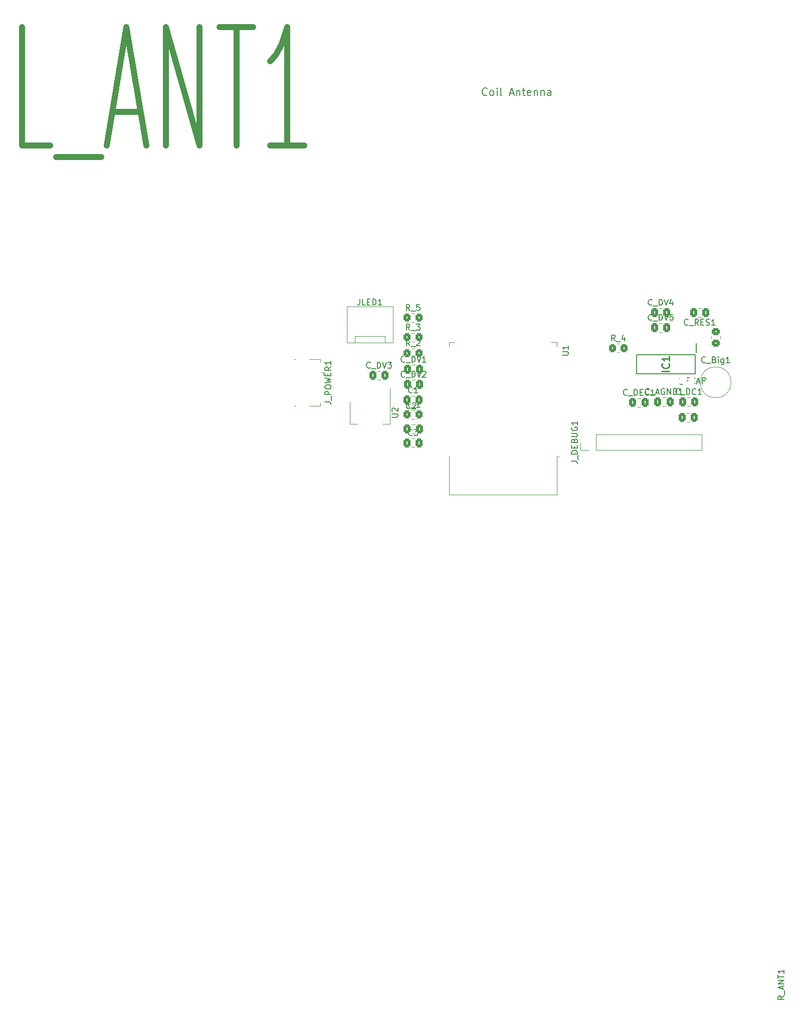
<source format=gto>
%TF.GenerationSoftware,KiCad,Pcbnew,(6.0.7)*%
%TF.CreationDate,2022-10-01T10:05:14-06:00*%
%TF.ProjectId,attiny_rfid_light,61747469-6e79-45f7-9266-69645f6c6967,rev?*%
%TF.SameCoordinates,Original*%
%TF.FileFunction,Legend,Top*%
%TF.FilePolarity,Positive*%
%FSLAX46Y46*%
G04 Gerber Fmt 4.6, Leading zero omitted, Abs format (unit mm)*
G04 Created by KiCad (PCBNEW (6.0.7)) date 2022-10-01 10:05:14*
%MOMM*%
%LPD*%
G01*
G04 APERTURE LIST*
G04 Aperture macros list*
%AMRoundRect*
0 Rectangle with rounded corners*
0 $1 Rounding radius*
0 $2 $3 $4 $5 $6 $7 $8 $9 X,Y pos of 4 corners*
0 Add a 4 corners polygon primitive as box body*
4,1,4,$2,$3,$4,$5,$6,$7,$8,$9,$2,$3,0*
0 Add four circle primitives for the rounded corners*
1,1,$1+$1,$2,$3*
1,1,$1+$1,$4,$5*
1,1,$1+$1,$6,$7*
1,1,$1+$1,$8,$9*
0 Add four rect primitives between the rounded corners*
20,1,$1+$1,$2,$3,$4,$5,0*
20,1,$1+$1,$4,$5,$6,$7,0*
20,1,$1+$1,$6,$7,$8,$9,0*
20,1,$1+$1,$8,$9,$2,$3,0*%
G04 Aperture macros list end*
%ADD10C,0.150000*%
%ADD11C,1.000000*%
%ADD12C,0.254000*%
%ADD13C,0.120000*%
%ADD14C,0.200000*%
%ADD15R,1.500000X2.000000*%
%ADD16R,3.800000X2.000000*%
%ADD17R,2.000000X0.900000*%
%ADD18R,0.900000X2.000000*%
%ADD19R,5.000000X5.000000*%
%ADD20RoundRect,0.250000X0.450000X-0.350000X0.450000X0.350000X-0.450000X0.350000X-0.450000X-0.350000X0*%
%ADD21RoundRect,0.250000X-0.350000X-0.450000X0.350000X-0.450000X0.350000X0.450000X-0.350000X0.450000X0*%
%ADD22C,1.524000*%
%ADD23R,1.350000X0.400000*%
%ADD24R,1.900000X1.500000*%
%ADD25R,1.900000X1.200000*%
%ADD26O,1.900000X1.200000*%
%ADD27C,1.450000*%
%ADD28R,1.700000X1.700000*%
%ADD29O,1.700000X1.700000*%
%ADD30R,1.730000X2.030000*%
%ADD31O,1.730000X2.030000*%
%ADD32R,0.650000X1.550000*%
%ADD33RoundRect,0.250000X0.337500X0.475000X-0.337500X0.475000X-0.337500X-0.475000X0.337500X-0.475000X0*%
%ADD34RoundRect,0.250000X-0.337500X-0.475000X0.337500X-0.475000X0.337500X0.475000X-0.337500X0.475000X0*%
%ADD35C,1.600000*%
G04 APERTURE END LIST*
D10*
X82431128Y-148081904D02*
X83240652Y-148081904D01*
X83335890Y-148034285D01*
X83383509Y-147986666D01*
X83431128Y-147891428D01*
X83431128Y-147700952D01*
X83383509Y-147605714D01*
X83335890Y-147558095D01*
X83240652Y-147510476D01*
X82431128Y-147510476D01*
X82526367Y-147081904D02*
X82478748Y-147034285D01*
X82431128Y-146939047D01*
X82431128Y-146700952D01*
X82478748Y-146605714D01*
X82526367Y-146558095D01*
X82621605Y-146510476D01*
X82716843Y-146510476D01*
X82859700Y-146558095D01*
X83431128Y-147129523D01*
X83431128Y-146510476D01*
X111250580Y-137596704D02*
X112060104Y-137596704D01*
X112155342Y-137549085D01*
X112202961Y-137501466D01*
X112250580Y-137406228D01*
X112250580Y-137215752D01*
X112202961Y-137120514D01*
X112155342Y-137072895D01*
X112060104Y-137025276D01*
X111250580Y-137025276D01*
X112250580Y-136025276D02*
X112250580Y-136596704D01*
X112250580Y-136310990D02*
X111250580Y-136310990D01*
X111393438Y-136406228D01*
X111488676Y-136501466D01*
X111536295Y-136596704D01*
X148662380Y-245720952D02*
X148186190Y-246054285D01*
X148662380Y-246292380D02*
X147662380Y-246292380D01*
X147662380Y-245911428D01*
X147710000Y-245816190D01*
X147757619Y-245768571D01*
X147852857Y-245720952D01*
X147995714Y-245720952D01*
X148090952Y-245768571D01*
X148138571Y-245816190D01*
X148186190Y-245911428D01*
X148186190Y-246292380D01*
X148757619Y-245530476D02*
X148757619Y-244768571D01*
X148376666Y-244578095D02*
X148376666Y-244101904D01*
X148662380Y-244673333D02*
X147662380Y-244340000D01*
X148662380Y-244006666D01*
X148662380Y-243673333D02*
X147662380Y-243673333D01*
X148662380Y-243101904D01*
X147662380Y-243101904D01*
X147662380Y-242768571D02*
X147662380Y-242197142D01*
X148662380Y-242482857D02*
X147662380Y-242482857D01*
X148662380Y-241340000D02*
X148662380Y-241911428D01*
X148662380Y-241625714D02*
X147662380Y-241625714D01*
X147805238Y-241720952D01*
X147900476Y-241816190D01*
X147948095Y-241911428D01*
X85448980Y-130069280D02*
X85115647Y-129593090D01*
X84877552Y-130069280D02*
X84877552Y-129069280D01*
X85258504Y-129069280D01*
X85353742Y-129116900D01*
X85401361Y-129164519D01*
X85448980Y-129259757D01*
X85448980Y-129402614D01*
X85401361Y-129497852D01*
X85353742Y-129545471D01*
X85258504Y-129593090D01*
X84877552Y-129593090D01*
X85639457Y-130164519D02*
X86401361Y-130164519D01*
X87115647Y-129069280D02*
X86639457Y-129069280D01*
X86591838Y-129545471D01*
X86639457Y-129497852D01*
X86734695Y-129450233D01*
X86972790Y-129450233D01*
X87068028Y-129497852D01*
X87115647Y-129545471D01*
X87163266Y-129640709D01*
X87163266Y-129878804D01*
X87115647Y-129974042D01*
X87068028Y-130021661D01*
X86972790Y-130069280D01*
X86734695Y-130069280D01*
X86639457Y-130021661D01*
X86591838Y-129974042D01*
X120148380Y-135206080D02*
X119815047Y-134729890D01*
X119576952Y-135206080D02*
X119576952Y-134206080D01*
X119957904Y-134206080D01*
X120053142Y-134253700D01*
X120100761Y-134301319D01*
X120148380Y-134396557D01*
X120148380Y-134539414D01*
X120100761Y-134634652D01*
X120053142Y-134682271D01*
X119957904Y-134729890D01*
X119576952Y-134729890D01*
X120338857Y-135301319D02*
X121100761Y-135301319D01*
X121767428Y-134539414D02*
X121767428Y-135206080D01*
X121529333Y-134158461D02*
X121291238Y-134872747D01*
X121910285Y-134872747D01*
X85461780Y-133397180D02*
X85128447Y-132920990D01*
X84890352Y-133397180D02*
X84890352Y-132397180D01*
X85271304Y-132397180D01*
X85366542Y-132444800D01*
X85414161Y-132492419D01*
X85461780Y-132587657D01*
X85461780Y-132730514D01*
X85414161Y-132825752D01*
X85366542Y-132873371D01*
X85271304Y-132920990D01*
X84890352Y-132920990D01*
X85652257Y-133492419D02*
X86414161Y-133492419D01*
X86557019Y-132397180D02*
X87176066Y-132397180D01*
X86842733Y-132778133D01*
X86985590Y-132778133D01*
X87080828Y-132825752D01*
X87128447Y-132873371D01*
X87176066Y-132968609D01*
X87176066Y-133206704D01*
X87128447Y-133301942D01*
X87080828Y-133349561D01*
X86985590Y-133397180D01*
X86699876Y-133397180D01*
X86604638Y-133349561D01*
X86557019Y-133301942D01*
X85461780Y-136054880D02*
X85128447Y-135578690D01*
X84890352Y-136054880D02*
X84890352Y-135054880D01*
X85271304Y-135054880D01*
X85366542Y-135102500D01*
X85414161Y-135150119D01*
X85461780Y-135245357D01*
X85461780Y-135388214D01*
X85414161Y-135483452D01*
X85366542Y-135531071D01*
X85271304Y-135578690D01*
X84890352Y-135578690D01*
X85652257Y-136150119D02*
X86414161Y-136150119D01*
X86604638Y-135150119D02*
X86652257Y-135102500D01*
X86747495Y-135054880D01*
X86985590Y-135054880D01*
X87080828Y-135102500D01*
X87128447Y-135150119D01*
X87176066Y-135245357D01*
X87176066Y-135340595D01*
X87128447Y-135483452D01*
X86557019Y-136054880D01*
X87176066Y-136054880D01*
X85459480Y-146435580D02*
X85126147Y-145959390D01*
X84888052Y-146435580D02*
X84888052Y-145435580D01*
X85269004Y-145435580D01*
X85364242Y-145483200D01*
X85411861Y-145530819D01*
X85459480Y-145626057D01*
X85459480Y-145768914D01*
X85411861Y-145864152D01*
X85364242Y-145911771D01*
X85269004Y-145959390D01*
X84888052Y-145959390D01*
X85649957Y-146530819D02*
X86411861Y-146530819D01*
X87173766Y-146435580D02*
X86602338Y-146435580D01*
X86888052Y-146435580D02*
X86888052Y-145435580D01*
X86792814Y-145578438D01*
X86697576Y-145673676D01*
X86602338Y-145721295D01*
D11*
X24743976Y-102259419D02*
X19982071Y-102259419D01*
X19982071Y-82259419D01*
X25696357Y-104164180D02*
X33315404Y-104164180D01*
X35220166Y-96545133D02*
X39982071Y-96545133D01*
X34267785Y-102259419D02*
X37601119Y-82259419D01*
X40934452Y-102259419D01*
X44267785Y-102259419D02*
X44267785Y-82259419D01*
X49982071Y-102259419D01*
X49982071Y-82259419D01*
X53315404Y-82259419D02*
X59029690Y-82259419D01*
X56172547Y-102259419D02*
X56172547Y-82259419D01*
X67601119Y-102259419D02*
X61886833Y-102259419D01*
X64743976Y-102259419D02*
X64743976Y-82259419D01*
X63791595Y-85116561D01*
X62839214Y-87021323D01*
X61886833Y-87973704D01*
D10*
X98503738Y-93665371D02*
X98443261Y-93725847D01*
X98261833Y-93786323D01*
X98140880Y-93786323D01*
X97959452Y-93725847D01*
X97838500Y-93604895D01*
X97778023Y-93483942D01*
X97717547Y-93242038D01*
X97717547Y-93060609D01*
X97778023Y-92818704D01*
X97838500Y-92697752D01*
X97959452Y-92576800D01*
X98140880Y-92516323D01*
X98261833Y-92516323D01*
X98443261Y-92576800D01*
X98503738Y-92637276D01*
X99229452Y-93786323D02*
X99108500Y-93725847D01*
X99048023Y-93665371D01*
X98987547Y-93544419D01*
X98987547Y-93181561D01*
X99048023Y-93060609D01*
X99108500Y-93000133D01*
X99229452Y-92939657D01*
X99410880Y-92939657D01*
X99531833Y-93000133D01*
X99592309Y-93060609D01*
X99652785Y-93181561D01*
X99652785Y-93544419D01*
X99592309Y-93665371D01*
X99531833Y-93725847D01*
X99410880Y-93786323D01*
X99229452Y-93786323D01*
X100197071Y-93786323D02*
X100197071Y-92939657D01*
X100197071Y-92516323D02*
X100136595Y-92576800D01*
X100197071Y-92637276D01*
X100257547Y-92576800D01*
X100197071Y-92516323D01*
X100197071Y-92637276D01*
X100983261Y-93786323D02*
X100862309Y-93725847D01*
X100801833Y-93604895D01*
X100801833Y-92516323D01*
X102374214Y-93423466D02*
X102978976Y-93423466D01*
X102253261Y-93786323D02*
X102676595Y-92516323D01*
X103099928Y-93786323D01*
X103523261Y-92939657D02*
X103523261Y-93786323D01*
X103523261Y-93060609D02*
X103583738Y-93000133D01*
X103704690Y-92939657D01*
X103886119Y-92939657D01*
X104007071Y-93000133D01*
X104067547Y-93121085D01*
X104067547Y-93786323D01*
X104490880Y-92939657D02*
X104974690Y-92939657D01*
X104672309Y-92516323D02*
X104672309Y-93604895D01*
X104732785Y-93725847D01*
X104853738Y-93786323D01*
X104974690Y-93786323D01*
X105881833Y-93725847D02*
X105760880Y-93786323D01*
X105518976Y-93786323D01*
X105398023Y-93725847D01*
X105337547Y-93604895D01*
X105337547Y-93121085D01*
X105398023Y-93000133D01*
X105518976Y-92939657D01*
X105760880Y-92939657D01*
X105881833Y-93000133D01*
X105942309Y-93121085D01*
X105942309Y-93242038D01*
X105337547Y-93362990D01*
X106486595Y-92939657D02*
X106486595Y-93786323D01*
X106486595Y-93060609D02*
X106547071Y-93000133D01*
X106668023Y-92939657D01*
X106849452Y-92939657D01*
X106970404Y-93000133D01*
X107030880Y-93121085D01*
X107030880Y-93786323D01*
X107635642Y-92939657D02*
X107635642Y-93786323D01*
X107635642Y-93060609D02*
X107696119Y-93000133D01*
X107817071Y-92939657D01*
X107998500Y-92939657D01*
X108119452Y-93000133D01*
X108179928Y-93121085D01*
X108179928Y-93786323D01*
X109328976Y-93786323D02*
X109328976Y-93121085D01*
X109268500Y-93000133D01*
X109147547Y-92939657D01*
X108905642Y-92939657D01*
X108784690Y-93000133D01*
X109328976Y-93725847D02*
X109208023Y-93786323D01*
X108905642Y-93786323D01*
X108784690Y-93725847D01*
X108724214Y-93604895D01*
X108724214Y-93483942D01*
X108784690Y-93362990D01*
X108905642Y-93302514D01*
X109208023Y-93302514D01*
X109328976Y-93242038D01*
X71144880Y-145501904D02*
X71859166Y-145501904D01*
X72002023Y-145549523D01*
X72097261Y-145644761D01*
X72144880Y-145787619D01*
X72144880Y-145882857D01*
X72240119Y-145263809D02*
X72240119Y-144501904D01*
X72144880Y-144263809D02*
X71144880Y-144263809D01*
X71144880Y-143882857D01*
X71192500Y-143787619D01*
X71240119Y-143740000D01*
X71335357Y-143692380D01*
X71478214Y-143692380D01*
X71573452Y-143740000D01*
X71621071Y-143787619D01*
X71668690Y-143882857D01*
X71668690Y-144263809D01*
X71144880Y-143073333D02*
X71144880Y-142882857D01*
X71192500Y-142787619D01*
X71287738Y-142692380D01*
X71478214Y-142644761D01*
X71811547Y-142644761D01*
X72002023Y-142692380D01*
X72097261Y-142787619D01*
X72144880Y-142882857D01*
X72144880Y-143073333D01*
X72097261Y-143168571D01*
X72002023Y-143263809D01*
X71811547Y-143311428D01*
X71478214Y-143311428D01*
X71287738Y-143263809D01*
X71192500Y-143168571D01*
X71144880Y-143073333D01*
X71144880Y-142311428D02*
X72144880Y-142073333D01*
X71430595Y-141882857D01*
X72144880Y-141692380D01*
X71144880Y-141454285D01*
X71621071Y-141073333D02*
X71621071Y-140740000D01*
X72144880Y-140597142D02*
X72144880Y-141073333D01*
X71144880Y-141073333D01*
X71144880Y-140597142D01*
X72144880Y-139597142D02*
X71668690Y-139930476D01*
X72144880Y-140168571D02*
X71144880Y-140168571D01*
X71144880Y-139787619D01*
X71192500Y-139692380D01*
X71240119Y-139644761D01*
X71335357Y-139597142D01*
X71478214Y-139597142D01*
X71573452Y-139644761D01*
X71621071Y-139692380D01*
X71668690Y-139787619D01*
X71668690Y-140168571D01*
X72144880Y-138644761D02*
X72144880Y-139216190D01*
X72144880Y-138930476D02*
X71144880Y-138930476D01*
X71287738Y-139025714D01*
X71382976Y-139120952D01*
X71430595Y-139216190D01*
X112780980Y-155504176D02*
X113495266Y-155504176D01*
X113638123Y-155551795D01*
X113733361Y-155647033D01*
X113780980Y-155789890D01*
X113780980Y-155885128D01*
X113876219Y-155266080D02*
X113876219Y-154504176D01*
X113780980Y-154266080D02*
X112780980Y-154266080D01*
X112780980Y-154027985D01*
X112828600Y-153885128D01*
X112923838Y-153789890D01*
X113019076Y-153742271D01*
X113209552Y-153694652D01*
X113352409Y-153694652D01*
X113542885Y-153742271D01*
X113638123Y-153789890D01*
X113733361Y-153885128D01*
X113780980Y-154027985D01*
X113780980Y-154266080D01*
X113257171Y-153266080D02*
X113257171Y-152932747D01*
X113780980Y-152789890D02*
X113780980Y-153266080D01*
X112780980Y-153266080D01*
X112780980Y-152789890D01*
X113257171Y-152027985D02*
X113304790Y-151885128D01*
X113352409Y-151837509D01*
X113447647Y-151789890D01*
X113590504Y-151789890D01*
X113685742Y-151837509D01*
X113733361Y-151885128D01*
X113780980Y-151980366D01*
X113780980Y-152361319D01*
X112780980Y-152361319D01*
X112780980Y-152027985D01*
X112828600Y-151932747D01*
X112876219Y-151885128D01*
X112971457Y-151837509D01*
X113066695Y-151837509D01*
X113161933Y-151885128D01*
X113209552Y-151932747D01*
X113257171Y-152027985D01*
X113257171Y-152361319D01*
X112780980Y-151361319D02*
X113590504Y-151361319D01*
X113685742Y-151313700D01*
X113733361Y-151266080D01*
X113780980Y-151170842D01*
X113780980Y-150980366D01*
X113733361Y-150885128D01*
X113685742Y-150837509D01*
X113590504Y-150789890D01*
X112780980Y-150789890D01*
X112828600Y-149789890D02*
X112780980Y-149885128D01*
X112780980Y-150027985D01*
X112828600Y-150170842D01*
X112923838Y-150266080D01*
X113019076Y-150313700D01*
X113209552Y-150361319D01*
X113352409Y-150361319D01*
X113542885Y-150313700D01*
X113638123Y-150266080D01*
X113733361Y-150170842D01*
X113780980Y-150027985D01*
X113780980Y-149932747D01*
X113733361Y-149789890D01*
X113685742Y-149742271D01*
X113352409Y-149742271D01*
X113352409Y-149932747D01*
X113780980Y-148789890D02*
X113780980Y-149361319D01*
X113780980Y-149075604D02*
X112780980Y-149075604D01*
X112923838Y-149170842D01*
X113019076Y-149266080D01*
X113066695Y-149361319D01*
X77009523Y-128132380D02*
X77009523Y-128846666D01*
X76961904Y-128989523D01*
X76866666Y-129084761D01*
X76723809Y-129132380D01*
X76628571Y-129132380D01*
X77961904Y-129132380D02*
X77485714Y-129132380D01*
X77485714Y-128132380D01*
X78295238Y-128608571D02*
X78628571Y-128608571D01*
X78771428Y-129132380D02*
X78295238Y-129132380D01*
X78295238Y-128132380D01*
X78771428Y-128132380D01*
X79200000Y-129132380D02*
X79200000Y-128132380D01*
X79438095Y-128132380D01*
X79580952Y-128180000D01*
X79676190Y-128275238D01*
X79723809Y-128370476D01*
X79771428Y-128560952D01*
X79771428Y-128703809D01*
X79723809Y-128894285D01*
X79676190Y-128989523D01*
X79580952Y-129084761D01*
X79438095Y-129132380D01*
X79200000Y-129132380D01*
X80723809Y-129132380D02*
X80152380Y-129132380D01*
X80438095Y-129132380D02*
X80438095Y-128132380D01*
X80342857Y-128275238D01*
X80247619Y-128370476D01*
X80152380Y-128418095D01*
D12*
X129313023Y-140361761D02*
X128043023Y-140361761D01*
X129192071Y-139031285D02*
X129252547Y-139091761D01*
X129313023Y-139273190D01*
X129313023Y-139394142D01*
X129252547Y-139575571D01*
X129131595Y-139696523D01*
X129010642Y-139757000D01*
X128768738Y-139817476D01*
X128587309Y-139817476D01*
X128345404Y-139757000D01*
X128224452Y-139696523D01*
X128103500Y-139575571D01*
X128043023Y-139394142D01*
X128043023Y-139273190D01*
X128103500Y-139091761D01*
X128163976Y-139031285D01*
X129313023Y-137821761D02*
X129313023Y-138547476D01*
X129313023Y-138184619D02*
X128043023Y-138184619D01*
X128224452Y-138305571D01*
X128345404Y-138426523D01*
X128405880Y-138547476D01*
D10*
X132456009Y-132462942D02*
X132408390Y-132510561D01*
X132265533Y-132558180D01*
X132170295Y-132558180D01*
X132027438Y-132510561D01*
X131932200Y-132415323D01*
X131884580Y-132320085D01*
X131836961Y-132129609D01*
X131836961Y-131986752D01*
X131884580Y-131796276D01*
X131932200Y-131701038D01*
X132027438Y-131605800D01*
X132170295Y-131558180D01*
X132265533Y-131558180D01*
X132408390Y-131605800D01*
X132456009Y-131653419D01*
X132646485Y-132653419D02*
X133408390Y-132653419D01*
X134217914Y-132558180D02*
X133884580Y-132081990D01*
X133646485Y-132558180D02*
X133646485Y-131558180D01*
X134027438Y-131558180D01*
X134122676Y-131605800D01*
X134170295Y-131653419D01*
X134217914Y-131748657D01*
X134217914Y-131891514D01*
X134170295Y-131986752D01*
X134122676Y-132034371D01*
X134027438Y-132081990D01*
X133646485Y-132081990D01*
X134646485Y-132034371D02*
X134979819Y-132034371D01*
X135122676Y-132558180D02*
X134646485Y-132558180D01*
X134646485Y-131558180D01*
X135122676Y-131558180D01*
X135503628Y-132510561D02*
X135646485Y-132558180D01*
X135884580Y-132558180D01*
X135979819Y-132510561D01*
X136027438Y-132462942D01*
X136075057Y-132367704D01*
X136075057Y-132272466D01*
X136027438Y-132177228D01*
X135979819Y-132129609D01*
X135884580Y-132081990D01*
X135694104Y-132034371D01*
X135598866Y-131986752D01*
X135551247Y-131939133D01*
X135503628Y-131843895D01*
X135503628Y-131748657D01*
X135551247Y-131653419D01*
X135598866Y-131605800D01*
X135694104Y-131558180D01*
X135932200Y-131558180D01*
X136075057Y-131605800D01*
X137027438Y-132558180D02*
X136456009Y-132558180D01*
X136741723Y-132558180D02*
X136741723Y-131558180D01*
X136646485Y-131701038D01*
X136551247Y-131796276D01*
X136456009Y-131843895D01*
X130982202Y-142331463D02*
X130934583Y-142379082D01*
X130791725Y-142426701D01*
X130696487Y-142426701D01*
X130553630Y-142379082D01*
X130458392Y-142283844D01*
X130410773Y-142188606D01*
X130363154Y-141998130D01*
X130363154Y-141855273D01*
X130410773Y-141664797D01*
X130458392Y-141569559D01*
X130553630Y-141474321D01*
X130696487Y-141426701D01*
X130791725Y-141426701D01*
X130934583Y-141474321D01*
X130982202Y-141521940D01*
X131172678Y-142521940D02*
X131934583Y-142521940D01*
X132506011Y-141902892D02*
X132172678Y-141902892D01*
X132172678Y-142426701D02*
X132172678Y-141426701D01*
X132648868Y-141426701D01*
X133601249Y-142331463D02*
X133553630Y-142379082D01*
X133410773Y-142426701D01*
X133315535Y-142426701D01*
X133172678Y-142379082D01*
X133077440Y-142283844D01*
X133029821Y-142188606D01*
X132982202Y-141998130D01*
X132982202Y-141855273D01*
X133029821Y-141664797D01*
X133077440Y-141569559D01*
X133172678Y-141474321D01*
X133315535Y-141426701D01*
X133410773Y-141426701D01*
X133553630Y-141474321D01*
X133601249Y-141521940D01*
X133982202Y-142140987D02*
X134458392Y-142140987D01*
X133886964Y-142426701D02*
X134220297Y-141426701D01*
X134553630Y-142426701D01*
X134886964Y-142426701D02*
X134886964Y-141426701D01*
X135267916Y-141426701D01*
X135363154Y-141474321D01*
X135410773Y-141521940D01*
X135458392Y-141617178D01*
X135458392Y-141760035D01*
X135410773Y-141855273D01*
X135363154Y-141902892D01*
X135267916Y-141950511D01*
X134886964Y-141950511D01*
X136410773Y-142426701D02*
X135839344Y-142426701D01*
X136125059Y-142426701D02*
X136125059Y-141426701D01*
X136029821Y-141569559D01*
X135934583Y-141664797D01*
X135839344Y-141712416D01*
X126373509Y-131642942D02*
X126325890Y-131690561D01*
X126183033Y-131738180D01*
X126087795Y-131738180D01*
X125944938Y-131690561D01*
X125849700Y-131595323D01*
X125802080Y-131500085D01*
X125754461Y-131309609D01*
X125754461Y-131166752D01*
X125802080Y-130976276D01*
X125849700Y-130881038D01*
X125944938Y-130785800D01*
X126087795Y-130738180D01*
X126183033Y-130738180D01*
X126325890Y-130785800D01*
X126373509Y-130833419D01*
X126563985Y-131833419D02*
X127325890Y-131833419D01*
X127563985Y-131738180D02*
X127563985Y-130738180D01*
X127802080Y-130738180D01*
X127944938Y-130785800D01*
X128040176Y-130881038D01*
X128087795Y-130976276D01*
X128135414Y-131166752D01*
X128135414Y-131309609D01*
X128087795Y-131500085D01*
X128040176Y-131595323D01*
X127944938Y-131690561D01*
X127802080Y-131738180D01*
X127563985Y-131738180D01*
X128421128Y-130738180D02*
X128754461Y-131738180D01*
X129087795Y-130738180D01*
X129897319Y-130738180D02*
X129421128Y-130738180D01*
X129373509Y-131214371D01*
X129421128Y-131166752D01*
X129516366Y-131119133D01*
X129754461Y-131119133D01*
X129849700Y-131166752D01*
X129897319Y-131214371D01*
X129944938Y-131309609D01*
X129944938Y-131547704D01*
X129897319Y-131642942D01*
X129849700Y-131690561D01*
X129754461Y-131738180D01*
X129516366Y-131738180D01*
X129421128Y-131690561D01*
X129373509Y-131642942D01*
X126373509Y-129102942D02*
X126325890Y-129150561D01*
X126183033Y-129198180D01*
X126087795Y-129198180D01*
X125944938Y-129150561D01*
X125849700Y-129055323D01*
X125802080Y-128960085D01*
X125754461Y-128769609D01*
X125754461Y-128626752D01*
X125802080Y-128436276D01*
X125849700Y-128341038D01*
X125944938Y-128245800D01*
X126087795Y-128198180D01*
X126183033Y-128198180D01*
X126325890Y-128245800D01*
X126373509Y-128293419D01*
X126563985Y-129293419D02*
X127325890Y-129293419D01*
X127563985Y-129198180D02*
X127563985Y-128198180D01*
X127802080Y-128198180D01*
X127944938Y-128245800D01*
X128040176Y-128341038D01*
X128087795Y-128436276D01*
X128135414Y-128626752D01*
X128135414Y-128769609D01*
X128087795Y-128960085D01*
X128040176Y-129055323D01*
X127944938Y-129150561D01*
X127802080Y-129198180D01*
X127563985Y-129198180D01*
X128421128Y-128198180D02*
X128754461Y-129198180D01*
X129087795Y-128198180D01*
X129849700Y-128531514D02*
X129849700Y-129198180D01*
X129611604Y-128150561D02*
X129373509Y-128864847D01*
X129992557Y-128864847D01*
X78785409Y-139704742D02*
X78737790Y-139752361D01*
X78594933Y-139799980D01*
X78499695Y-139799980D01*
X78356838Y-139752361D01*
X78261600Y-139657123D01*
X78213980Y-139561885D01*
X78166361Y-139371409D01*
X78166361Y-139228552D01*
X78213980Y-139038076D01*
X78261600Y-138942838D01*
X78356838Y-138847600D01*
X78499695Y-138799980D01*
X78594933Y-138799980D01*
X78737790Y-138847600D01*
X78785409Y-138895219D01*
X78975885Y-139895219D02*
X79737790Y-139895219D01*
X79975885Y-139799980D02*
X79975885Y-138799980D01*
X80213980Y-138799980D01*
X80356838Y-138847600D01*
X80452076Y-138942838D01*
X80499695Y-139038076D01*
X80547314Y-139228552D01*
X80547314Y-139371409D01*
X80499695Y-139561885D01*
X80452076Y-139657123D01*
X80356838Y-139752361D01*
X80213980Y-139799980D01*
X79975885Y-139799980D01*
X80833028Y-138799980D02*
X81166361Y-139799980D01*
X81499695Y-138799980D01*
X81737790Y-138799980D02*
X82356838Y-138799980D01*
X82023504Y-139180933D01*
X82166361Y-139180933D01*
X82261600Y-139228552D01*
X82309219Y-139276171D01*
X82356838Y-139371409D01*
X82356838Y-139609504D01*
X82309219Y-139704742D01*
X82261600Y-139752361D01*
X82166361Y-139799980D01*
X81880647Y-139799980D01*
X81785409Y-139752361D01*
X81737790Y-139704742D01*
X84614009Y-141211042D02*
X84566390Y-141258661D01*
X84423533Y-141306280D01*
X84328295Y-141306280D01*
X84185438Y-141258661D01*
X84090200Y-141163423D01*
X84042580Y-141068185D01*
X83994961Y-140877709D01*
X83994961Y-140734852D01*
X84042580Y-140544376D01*
X84090200Y-140449138D01*
X84185438Y-140353900D01*
X84328295Y-140306280D01*
X84423533Y-140306280D01*
X84566390Y-140353900D01*
X84614009Y-140401519D01*
X84804485Y-141401519D02*
X85566390Y-141401519D01*
X85804485Y-141306280D02*
X85804485Y-140306280D01*
X86042580Y-140306280D01*
X86185438Y-140353900D01*
X86280676Y-140449138D01*
X86328295Y-140544376D01*
X86375914Y-140734852D01*
X86375914Y-140877709D01*
X86328295Y-141068185D01*
X86280676Y-141163423D01*
X86185438Y-141258661D01*
X86042580Y-141306280D01*
X85804485Y-141306280D01*
X86661628Y-140306280D02*
X86994961Y-141306280D01*
X87328295Y-140306280D01*
X87614009Y-140401519D02*
X87661628Y-140353900D01*
X87756866Y-140306280D01*
X87994961Y-140306280D01*
X88090200Y-140353900D01*
X88137819Y-140401519D01*
X88185438Y-140496757D01*
X88185438Y-140591995D01*
X88137819Y-140734852D01*
X87566390Y-141306280D01*
X88185438Y-141306280D01*
X84614009Y-138671042D02*
X84566390Y-138718661D01*
X84423533Y-138766280D01*
X84328295Y-138766280D01*
X84185438Y-138718661D01*
X84090200Y-138623423D01*
X84042580Y-138528185D01*
X83994961Y-138337709D01*
X83994961Y-138194852D01*
X84042580Y-138004376D01*
X84090200Y-137909138D01*
X84185438Y-137813900D01*
X84328295Y-137766280D01*
X84423533Y-137766280D01*
X84566390Y-137813900D01*
X84614009Y-137861519D01*
X84804485Y-138861519D02*
X85566390Y-138861519D01*
X85804485Y-138766280D02*
X85804485Y-137766280D01*
X86042580Y-137766280D01*
X86185438Y-137813900D01*
X86280676Y-137909138D01*
X86328295Y-138004376D01*
X86375914Y-138194852D01*
X86375914Y-138337709D01*
X86328295Y-138528185D01*
X86280676Y-138623423D01*
X86185438Y-138718661D01*
X86042580Y-138766280D01*
X85804485Y-138766280D01*
X86661628Y-137766280D02*
X86994961Y-138766280D01*
X87328295Y-137766280D01*
X88185438Y-138766280D02*
X87614009Y-138766280D01*
X87899723Y-138766280D02*
X87899723Y-137766280D01*
X87804485Y-137909138D01*
X87709247Y-138004376D01*
X87614009Y-138051995D01*
X122175700Y-144275042D02*
X122128080Y-144322661D01*
X121985223Y-144370280D01*
X121889985Y-144370280D01*
X121747128Y-144322661D01*
X121651890Y-144227423D01*
X121604271Y-144132185D01*
X121556652Y-143941709D01*
X121556652Y-143798852D01*
X121604271Y-143608376D01*
X121651890Y-143513138D01*
X121747128Y-143417900D01*
X121889985Y-143370280D01*
X121985223Y-143370280D01*
X122128080Y-143417900D01*
X122175700Y-143465519D01*
X122366176Y-144465519D02*
X123128080Y-144465519D01*
X123366176Y-144370280D02*
X123366176Y-143370280D01*
X123604271Y-143370280D01*
X123747128Y-143417900D01*
X123842366Y-143513138D01*
X123889985Y-143608376D01*
X123937604Y-143798852D01*
X123937604Y-143941709D01*
X123889985Y-144132185D01*
X123842366Y-144227423D01*
X123747128Y-144322661D01*
X123604271Y-144370280D01*
X123366176Y-144370280D01*
X124366176Y-143846471D02*
X124699509Y-143846471D01*
X124842366Y-144370280D02*
X124366176Y-144370280D01*
X124366176Y-143370280D01*
X124842366Y-143370280D01*
X125842366Y-144275042D02*
X125794747Y-144322661D01*
X125651890Y-144370280D01*
X125556652Y-144370280D01*
X125413795Y-144322661D01*
X125318557Y-144227423D01*
X125270938Y-144132185D01*
X125223319Y-143941709D01*
X125223319Y-143798852D01*
X125270938Y-143608376D01*
X125318557Y-143513138D01*
X125413795Y-143417900D01*
X125556652Y-143370280D01*
X125651890Y-143370280D01*
X125794747Y-143417900D01*
X125842366Y-143465519D01*
X126794747Y-144370280D02*
X126223319Y-144370280D01*
X126509033Y-144370280D02*
X126509033Y-143370280D01*
X126413795Y-143513138D01*
X126318557Y-143608376D01*
X126223319Y-143655995D01*
X131020980Y-144155142D02*
X130973361Y-144202761D01*
X130830504Y-144250380D01*
X130735266Y-144250380D01*
X130592409Y-144202761D01*
X130497171Y-144107523D01*
X130449552Y-144012285D01*
X130401933Y-143821809D01*
X130401933Y-143678952D01*
X130449552Y-143488476D01*
X130497171Y-143393238D01*
X130592409Y-143298000D01*
X130735266Y-143250380D01*
X130830504Y-143250380D01*
X130973361Y-143298000D01*
X131020980Y-143345619D01*
X131211457Y-144345619D02*
X131973361Y-144345619D01*
X132211457Y-144250380D02*
X132211457Y-143250380D01*
X132449552Y-143250380D01*
X132592409Y-143298000D01*
X132687647Y-143393238D01*
X132735266Y-143488476D01*
X132782885Y-143678952D01*
X132782885Y-143821809D01*
X132735266Y-144012285D01*
X132687647Y-144107523D01*
X132592409Y-144202761D01*
X132449552Y-144250380D01*
X132211457Y-144250380D01*
X133782885Y-144155142D02*
X133735266Y-144202761D01*
X133592409Y-144250380D01*
X133497171Y-144250380D01*
X133354314Y-144202761D01*
X133259076Y-144107523D01*
X133211457Y-144012285D01*
X133163838Y-143821809D01*
X133163838Y-143678952D01*
X133211457Y-143488476D01*
X133259076Y-143393238D01*
X133354314Y-143298000D01*
X133497171Y-143250380D01*
X133592409Y-143250380D01*
X133735266Y-143298000D01*
X133782885Y-143345619D01*
X134735266Y-144250380D02*
X134163838Y-144250380D01*
X134449552Y-144250380D02*
X134449552Y-143250380D01*
X134354314Y-143393238D01*
X134259076Y-143488476D01*
X134163838Y-143536095D01*
X135388904Y-138807142D02*
X135341285Y-138854761D01*
X135198428Y-138902380D01*
X135103190Y-138902380D01*
X134960333Y-138854761D01*
X134865095Y-138759523D01*
X134817476Y-138664285D01*
X134769857Y-138473809D01*
X134769857Y-138330952D01*
X134817476Y-138140476D01*
X134865095Y-138045238D01*
X134960333Y-137950000D01*
X135103190Y-137902380D01*
X135198428Y-137902380D01*
X135341285Y-137950000D01*
X135388904Y-137997619D01*
X135579380Y-138997619D02*
X136341285Y-138997619D01*
X136912714Y-138378571D02*
X137055571Y-138426190D01*
X137103190Y-138473809D01*
X137150809Y-138569047D01*
X137150809Y-138711904D01*
X137103190Y-138807142D01*
X137055571Y-138854761D01*
X136960333Y-138902380D01*
X136579380Y-138902380D01*
X136579380Y-137902380D01*
X136912714Y-137902380D01*
X137007952Y-137950000D01*
X137055571Y-137997619D01*
X137103190Y-138092857D01*
X137103190Y-138188095D01*
X137055571Y-138283333D01*
X137007952Y-138330952D01*
X136912714Y-138378571D01*
X136579380Y-138378571D01*
X137579380Y-138902380D02*
X137579380Y-138235714D01*
X137579380Y-137902380D02*
X137531761Y-137950000D01*
X137579380Y-137997619D01*
X137627000Y-137950000D01*
X137579380Y-137902380D01*
X137579380Y-137997619D01*
X138484142Y-138235714D02*
X138484142Y-139045238D01*
X138436523Y-139140476D01*
X138388904Y-139188095D01*
X138293666Y-139235714D01*
X138150809Y-139235714D01*
X138055571Y-139188095D01*
X138484142Y-138854761D02*
X138388904Y-138902380D01*
X138198428Y-138902380D01*
X138103190Y-138854761D01*
X138055571Y-138807142D01*
X138007952Y-138711904D01*
X138007952Y-138426190D01*
X138055571Y-138330952D01*
X138103190Y-138283333D01*
X138198428Y-138235714D01*
X138388904Y-138235714D01*
X138484142Y-138283333D01*
X139484142Y-138902380D02*
X138912714Y-138902380D01*
X139198428Y-138902380D02*
X139198428Y-137902380D01*
X139103190Y-138045238D01*
X139007952Y-138140476D01*
X138912714Y-138188095D01*
X125909300Y-144155142D02*
X125861680Y-144202761D01*
X125718823Y-144250380D01*
X125623585Y-144250380D01*
X125480728Y-144202761D01*
X125385490Y-144107523D01*
X125337871Y-144012285D01*
X125290252Y-143821809D01*
X125290252Y-143678952D01*
X125337871Y-143488476D01*
X125385490Y-143393238D01*
X125480728Y-143298000D01*
X125623585Y-143250380D01*
X125718823Y-143250380D01*
X125861680Y-143298000D01*
X125909300Y-143345619D01*
X126099776Y-144345619D02*
X126861680Y-144345619D01*
X127052157Y-143964666D02*
X127528347Y-143964666D01*
X126956919Y-144250380D02*
X127290252Y-143250380D01*
X127623585Y-144250380D01*
X128480728Y-143298000D02*
X128385490Y-143250380D01*
X128242633Y-143250380D01*
X128099776Y-143298000D01*
X128004538Y-143393238D01*
X127956919Y-143488476D01*
X127909300Y-143678952D01*
X127909300Y-143821809D01*
X127956919Y-144012285D01*
X128004538Y-144107523D01*
X128099776Y-144202761D01*
X128242633Y-144250380D01*
X128337871Y-144250380D01*
X128480728Y-144202761D01*
X128528347Y-144155142D01*
X128528347Y-143821809D01*
X128337871Y-143821809D01*
X128956919Y-144250380D02*
X128956919Y-143250380D01*
X129528347Y-144250380D01*
X129528347Y-143250380D01*
X130004538Y-144250380D02*
X130004538Y-143250380D01*
X130242633Y-143250380D01*
X130385490Y-143298000D01*
X130480728Y-143393238D01*
X130528347Y-143488476D01*
X130575966Y-143678952D01*
X130575966Y-143821809D01*
X130528347Y-144012285D01*
X130480728Y-144107523D01*
X130385490Y-144202761D01*
X130242633Y-144250380D01*
X130004538Y-144250380D01*
X131528347Y-144250380D02*
X130956919Y-144250380D01*
X131242633Y-144250380D02*
X131242633Y-143250380D01*
X131147395Y-143393238D01*
X131052157Y-143488476D01*
X130956919Y-143536095D01*
X85855133Y-151087542D02*
X85807514Y-151135161D01*
X85664657Y-151182780D01*
X85569419Y-151182780D01*
X85426561Y-151135161D01*
X85331323Y-151039923D01*
X85283704Y-150944685D01*
X85236085Y-150754209D01*
X85236085Y-150611352D01*
X85283704Y-150420876D01*
X85331323Y-150325638D01*
X85426561Y-150230400D01*
X85569419Y-150182780D01*
X85664657Y-150182780D01*
X85807514Y-150230400D01*
X85855133Y-150278019D01*
X86188466Y-150182780D02*
X86807514Y-150182780D01*
X86474180Y-150563733D01*
X86617038Y-150563733D01*
X86712276Y-150611352D01*
X86759895Y-150658971D01*
X86807514Y-150754209D01*
X86807514Y-150992304D01*
X86759895Y-151087542D01*
X86712276Y-151135161D01*
X86617038Y-151182780D01*
X86331323Y-151182780D01*
X86236085Y-151135161D01*
X86188466Y-151087542D01*
X85541738Y-146585914D02*
X85494119Y-146633533D01*
X85351262Y-146681152D01*
X85256024Y-146681152D01*
X85113166Y-146633533D01*
X85017928Y-146538295D01*
X84970309Y-146443057D01*
X84922690Y-146252581D01*
X84922690Y-146109724D01*
X84970309Y-145919248D01*
X85017928Y-145824010D01*
X85113166Y-145728772D01*
X85256024Y-145681152D01*
X85351262Y-145681152D01*
X85494119Y-145728772D01*
X85541738Y-145776391D01*
X85922690Y-145776391D02*
X85970309Y-145728772D01*
X86065547Y-145681152D01*
X86303643Y-145681152D01*
X86398881Y-145728772D01*
X86446500Y-145776391D01*
X86494119Y-145871629D01*
X86494119Y-145966867D01*
X86446500Y-146109724D01*
X85875071Y-146681152D01*
X86494119Y-146681152D01*
X85836733Y-143850542D02*
X85789114Y-143898161D01*
X85646257Y-143945780D01*
X85551019Y-143945780D01*
X85408161Y-143898161D01*
X85312923Y-143802923D01*
X85265304Y-143707685D01*
X85217685Y-143517209D01*
X85217685Y-143374352D01*
X85265304Y-143183876D01*
X85312923Y-143088638D01*
X85408161Y-142993400D01*
X85551019Y-142945780D01*
X85646257Y-142945780D01*
X85789114Y-142993400D01*
X85836733Y-143041019D01*
X86789114Y-143945780D02*
X86217685Y-143945780D01*
X86503400Y-143945780D02*
X86503400Y-142945780D01*
X86408161Y-143088638D01*
X86312923Y-143183876D01*
X86217685Y-143231495D01*
D13*
X82150000Y-149230000D02*
X80890000Y-149230000D01*
X75330000Y-149230000D02*
X76590000Y-149230000D01*
X75330000Y-145470000D02*
X75330000Y-149230000D01*
X82150000Y-143220000D02*
X82150000Y-149230000D01*
X92068200Y-161129800D02*
X92068200Y-154709800D01*
X110308200Y-161129800D02*
X92068200Y-161129800D01*
X110308200Y-161129800D02*
X110308200Y-154709800D01*
X92068200Y-136164800D02*
X92068200Y-135384800D01*
X92068200Y-135384800D02*
X93068200Y-135384800D01*
X110308200Y-154709800D02*
X110688200Y-154709800D01*
X110308200Y-136164800D02*
X110308200Y-135384800D01*
X110308200Y-135384800D02*
X109308200Y-135384800D01*
X136425000Y-134847064D02*
X136425000Y-134392936D01*
X137895000Y-134847064D02*
X137895000Y-134392936D01*
X85769536Y-130531900D02*
X86223664Y-130531900D01*
X85769536Y-132001900D02*
X86223664Y-132001900D01*
X120468936Y-135668700D02*
X120923064Y-135668700D01*
X120468936Y-137138700D02*
X120923064Y-137138700D01*
X85782336Y-133859800D02*
X86236464Y-133859800D01*
X85782336Y-135329800D02*
X86236464Y-135329800D01*
X85782336Y-136517500D02*
X86236464Y-136517500D01*
X85782336Y-137987500D02*
X86236464Y-137987500D01*
X85780036Y-146898200D02*
X86234164Y-146898200D01*
X85780036Y-148368200D02*
X86234164Y-148368200D01*
X70342500Y-138340000D02*
X70342500Y-138790000D01*
X70892500Y-140540000D02*
X70442500Y-140540000D01*
X68492500Y-138340000D02*
X70342500Y-138340000D01*
X65942500Y-146140000D02*
X66192500Y-146140000D01*
X70892500Y-140540000D02*
X70892500Y-140990000D01*
X68492500Y-146140000D02*
X70342500Y-146140000D01*
X70342500Y-146140000D02*
X70342500Y-145690000D01*
X65942500Y-138340000D02*
X66192500Y-138340000D01*
X116928600Y-153643700D02*
X116928600Y-150983700D01*
X134768600Y-153643700D02*
X134768600Y-150983700D01*
X116928600Y-153643700D02*
X134768600Y-153643700D01*
X115658600Y-153643700D02*
X114328600Y-153643700D01*
X116928600Y-150983700D02*
X134768600Y-150983700D01*
X114328600Y-153643700D02*
X114328600Y-152313700D01*
X74850000Y-129430000D02*
X82650000Y-129430000D01*
X74850000Y-135480000D02*
X74850000Y-129430000D01*
X76200000Y-135380000D02*
X76200000Y-134370000D01*
X76200000Y-134370000D02*
X81280000Y-134370000D01*
X82650000Y-135480000D02*
X74850000Y-135480000D01*
X82650000Y-129430000D02*
X82650000Y-135480000D01*
X81280000Y-134370000D02*
X81280000Y-135380000D01*
D14*
X123793500Y-140722000D02*
X123793500Y-137522000D01*
X133858500Y-135622000D02*
X133858500Y-137172000D01*
X133683500Y-137522000D02*
X133683500Y-140722000D01*
X133683500Y-140722000D02*
X123793500Y-140722000D01*
X123793500Y-137522000D02*
X133683500Y-137522000D01*
D13*
X134693452Y-129690800D02*
X134170948Y-129690800D01*
X134693452Y-131160800D02*
X134170948Y-131160800D01*
X132227348Y-148851300D02*
X132749852Y-148851300D01*
X132227348Y-147381300D02*
X132749852Y-147381300D01*
X127588448Y-132230800D02*
X128110952Y-132230800D01*
X127588448Y-133700800D02*
X128110952Y-133700800D01*
X127588448Y-129690800D02*
X128110952Y-129690800D01*
X127588448Y-131160800D02*
X128110952Y-131160800D01*
X80000348Y-140292600D02*
X80522852Y-140292600D01*
X80000348Y-141762600D02*
X80522852Y-141762600D01*
X85828948Y-143268900D02*
X86351452Y-143268900D01*
X85828948Y-141798900D02*
X86351452Y-141798900D01*
X85828948Y-139258900D02*
X86351452Y-139258900D01*
X85828948Y-140728900D02*
X86351452Y-140728900D01*
X123914448Y-146332900D02*
X124436952Y-146332900D01*
X123914448Y-144862900D02*
X124436952Y-144862900D01*
X132307348Y-144743000D02*
X132829852Y-144743000D01*
X132307348Y-146213000D02*
X132829852Y-146213000D01*
X139747000Y-142200000D02*
G75*
G03*
X139747000Y-142200000I-2620000J0D01*
G01*
X128148048Y-146213000D02*
X128670552Y-146213000D01*
X128148048Y-144743000D02*
X128670552Y-144743000D01*
X85760548Y-151675400D02*
X86283052Y-151675400D01*
X85760548Y-153145400D02*
X86283052Y-153145400D01*
X85803748Y-149320400D02*
X86326252Y-149320400D01*
X85803748Y-150790400D02*
X86326252Y-150790400D01*
X85742148Y-144438400D02*
X86264652Y-144438400D01*
X85742148Y-145908400D02*
X86264652Y-145908400D01*
%LPC*%
D15*
X76440000Y-144170000D03*
X78740000Y-144170000D03*
D16*
X78740000Y-150470000D03*
D15*
X81040000Y-144170000D03*
D17*
X109688200Y-153519800D03*
X109688200Y-152249800D03*
X109688200Y-150979800D03*
X109688200Y-149709800D03*
X109688200Y-148439800D03*
X109688200Y-147169800D03*
X109688200Y-145899800D03*
X109688200Y-144629800D03*
X109688200Y-143359800D03*
X109688200Y-142089800D03*
X109688200Y-140819800D03*
X109688200Y-139549800D03*
X109688200Y-138279800D03*
X109688200Y-137009800D03*
D18*
X106903200Y-136009800D03*
X105633200Y-136009800D03*
X104363200Y-136009800D03*
X103093200Y-136009800D03*
X101823200Y-136009800D03*
X100553200Y-136009800D03*
X99283200Y-136009800D03*
X98013200Y-136009800D03*
X96743200Y-136009800D03*
X95473200Y-136009800D03*
D17*
X92688200Y-137009800D03*
X92688200Y-138279800D03*
X92688200Y-139549800D03*
X92688200Y-140819800D03*
X92688200Y-142089800D03*
X92688200Y-143359800D03*
X92688200Y-144629800D03*
X92688200Y-145899800D03*
X92688200Y-147169800D03*
X92688200Y-148439800D03*
X92688200Y-149709800D03*
X92688200Y-150979800D03*
X92688200Y-152249800D03*
X92688200Y-153519800D03*
D19*
X102188200Y-146019800D03*
D20*
X137160000Y-135620000D03*
X137160000Y-133620000D03*
D21*
X84996600Y-131266900D03*
X86996600Y-131266900D03*
X119696000Y-136403700D03*
X121696000Y-136403700D03*
X85009400Y-134594800D03*
X87009400Y-134594800D03*
X85009400Y-137252500D03*
X87009400Y-137252500D03*
X85007100Y-147633200D03*
X87007100Y-147633200D03*
D22*
X138914696Y-130386600D03*
X106093500Y-95751800D03*
D23*
X70042500Y-140940000D03*
X70042500Y-141590000D03*
X70042500Y-142240000D03*
X70042500Y-142890000D03*
X70042500Y-143540000D03*
D24*
X67342500Y-141240000D03*
D25*
X67342500Y-145140000D03*
D26*
X67342500Y-145740000D03*
D27*
X70042500Y-139740000D03*
D26*
X67342500Y-138740000D03*
D25*
X67342500Y-139340000D03*
D27*
X70042500Y-144740000D03*
D24*
X67342500Y-143240000D03*
D28*
X115658600Y-152313700D03*
D29*
X118198600Y-152313700D03*
X120738600Y-152313700D03*
X123278600Y-152313700D03*
X125818600Y-152313700D03*
X128358600Y-152313700D03*
X130898600Y-152313700D03*
X133438600Y-152313700D03*
D30*
X76200000Y-132080000D03*
D31*
X78740000Y-132080000D03*
X81280000Y-132080000D03*
D32*
X133183500Y-136397000D03*
X131913500Y-136397000D03*
X130643500Y-136397000D03*
X129373500Y-136397000D03*
X128103500Y-136397000D03*
X126833500Y-136397000D03*
X125563500Y-136397000D03*
X124293500Y-136397000D03*
X124293500Y-141847000D03*
X125563500Y-141847000D03*
X126833500Y-141847000D03*
X128103500Y-141847000D03*
X129373500Y-141847000D03*
X130643500Y-141847000D03*
X131913500Y-141847000D03*
X133183500Y-141847000D03*
D33*
X133394700Y-130425800D03*
X135469700Y-130425800D03*
D34*
X133526100Y-148116300D03*
X131451100Y-148116300D03*
X126812200Y-132965800D03*
X128887200Y-132965800D03*
X126812200Y-130425800D03*
X128887200Y-130425800D03*
X79224100Y-141027600D03*
X81299100Y-141027600D03*
X87127700Y-142533900D03*
X85052700Y-142533900D03*
X85052700Y-139993900D03*
X87127700Y-139993900D03*
X125213200Y-145597900D03*
X123138200Y-145597900D03*
X131531100Y-145478000D03*
X133606100Y-145478000D03*
D35*
X138127000Y-142200000D03*
X136127000Y-142200000D03*
D34*
X129446800Y-145478000D03*
X127371800Y-145478000D03*
X84984300Y-152410400D03*
X87059300Y-152410400D03*
X85027500Y-150055400D03*
X87102500Y-150055400D03*
X84965900Y-145173400D03*
X87040900Y-145173400D03*
M02*

</source>
